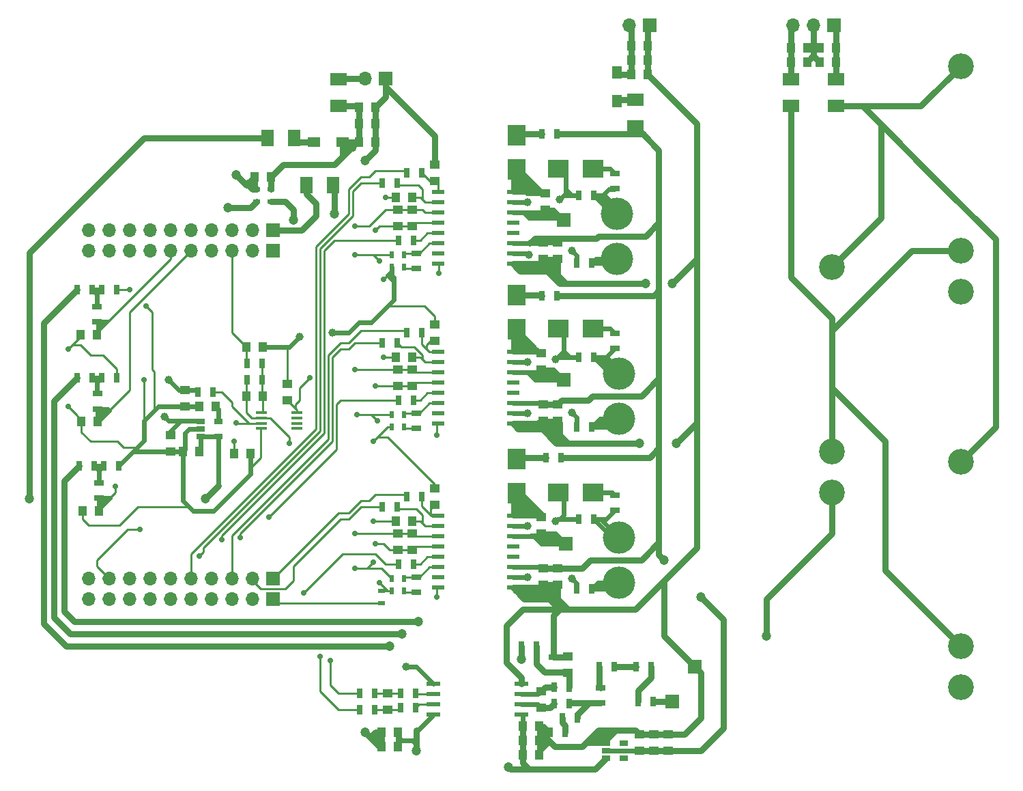
<source format=gtl>
G04 #@! TF.FileFunction,Copper,L1,Top,Signal*
%FSLAX46Y46*%
G04 Gerber Fmt 4.6, Leading zero omitted, Abs format (unit mm)*
G04 Created by KiCad (PCBNEW 4.0.5) date 03/08/17 17:48:46*
%MOMM*%
%LPD*%
G01*
G04 APERTURE LIST*
%ADD10C,0.100000*%
%ADD11C,3.200400*%
%ADD12R,1.700000X1.700000*%
%ADD13O,1.700000X1.700000*%
%ADD14R,1.250000X1.000000*%
%ADD15R,1.000000X1.250000*%
%ADD16R,2.500000X2.300000*%
%ADD17R,2.300000X2.500000*%
%ADD18R,1.600200X1.198880*%
%ADD19R,1.198880X1.600200*%
%ADD20R,2.032000X1.524000*%
%ADD21R,0.500000X0.900000*%
%ADD22R,0.900000X0.500000*%
%ADD23R,0.700000X1.300000*%
%ADD24R,1.300000X0.700000*%
%ADD25R,1.500000X0.600000*%
%ADD26R,1.800000X0.600000*%
%ADD27R,1.450000X0.450000*%
%ADD28R,1.060000X0.650000*%
%ADD29C,4.000500*%
%ADD30R,1.524000X2.032000*%
%ADD31C,0.700000*%
%ADD32C,1.200000*%
%ADD33C,1.000000*%
%ADD34C,0.750000*%
%ADD35C,0.250000*%
%ADD36C,0.600000*%
G04 APERTURE END LIST*
D10*
D11*
X226822000Y-96266000D03*
X226822000Y-91186000D03*
X226822000Y-68326000D03*
X210820000Y-121158000D03*
X210820000Y-116078000D03*
X210820000Y-93218000D03*
X226822000Y-145288000D03*
X226822000Y-140208000D03*
X226822000Y-117348000D03*
D12*
X141478000Y-88646000D03*
D13*
X138938000Y-88646000D03*
X136398000Y-88646000D03*
X133858000Y-88646000D03*
X131318000Y-88646000D03*
X128778000Y-88646000D03*
X126238000Y-88646000D03*
X123698000Y-88646000D03*
X121158000Y-88646000D03*
X118618000Y-88646000D03*
D12*
X141478000Y-134366000D03*
D13*
X138938000Y-134366000D03*
X136398000Y-134366000D03*
X133858000Y-134366000D03*
X131318000Y-134366000D03*
X128778000Y-134366000D03*
X126238000Y-134366000D03*
X123698000Y-134366000D03*
X121158000Y-134366000D03*
X118618000Y-134366000D03*
D12*
X141478000Y-91186000D03*
D13*
X138938000Y-91186000D03*
X136398000Y-91186000D03*
X133858000Y-91186000D03*
X131318000Y-91186000D03*
X128778000Y-91186000D03*
X126238000Y-91186000D03*
X123698000Y-91186000D03*
X121158000Y-91186000D03*
X118618000Y-91186000D03*
D12*
X141478000Y-131826000D03*
D13*
X138938000Y-131826000D03*
X136398000Y-131826000D03*
X133858000Y-131826000D03*
X131318000Y-131826000D03*
X128778000Y-131826000D03*
X126238000Y-131826000D03*
X123698000Y-131826000D03*
X121158000Y-131826000D03*
X118618000Y-131826000D03*
D12*
X211074000Y-63246000D03*
D13*
X208534000Y-63246000D03*
X205994000Y-63246000D03*
D12*
X155448000Y-69850000D03*
D13*
X152908000Y-69850000D03*
D12*
X188214000Y-63246000D03*
D13*
X185674000Y-63246000D03*
D12*
X191008000Y-147066000D03*
X193802000Y-142748000D03*
D14*
X156972000Y-86122000D03*
X156972000Y-88122000D03*
X156972000Y-105934000D03*
X156972000Y-107934000D03*
X156972000Y-126254000D03*
X156972000Y-128254000D03*
X158750000Y-86122000D03*
X158750000Y-88122000D03*
X158750000Y-105934000D03*
X158750000Y-107934000D03*
X158750000Y-126254000D03*
X158750000Y-128254000D03*
X161544000Y-82534000D03*
X161544000Y-80534000D03*
X161544000Y-102346000D03*
X161544000Y-100346000D03*
X161544000Y-122666000D03*
X161544000Y-120666000D03*
D15*
X158734000Y-84582000D03*
X156734000Y-84582000D03*
X158734000Y-104394000D03*
X156734000Y-104394000D03*
X158734000Y-124714000D03*
X156734000Y-124714000D03*
D14*
X176784000Y-90186000D03*
X176784000Y-92186000D03*
X176784000Y-110252000D03*
X176784000Y-112252000D03*
X176784000Y-130572000D03*
X176784000Y-132572000D03*
X175006000Y-90186000D03*
X175006000Y-92186000D03*
X175006000Y-110252000D03*
X175006000Y-112252000D03*
X175006000Y-130572000D03*
X175006000Y-132572000D03*
X178054000Y-143494000D03*
X178054000Y-141494000D03*
X174752000Y-147812000D03*
X174752000Y-145812000D03*
D15*
X141208000Y-82042000D03*
X139208000Y-82042000D03*
X156956000Y-152654000D03*
X154956000Y-152654000D03*
D14*
X155702000Y-146066000D03*
X155702000Y-148066000D03*
D15*
X156956000Y-150876000D03*
X154956000Y-150876000D03*
X140192000Y-109220000D03*
X138192000Y-109220000D03*
X136668000Y-116332000D03*
X138668000Y-116332000D03*
X138192000Y-103124000D03*
X140192000Y-103124000D03*
D14*
X143256000Y-109712000D03*
X143256000Y-107712000D03*
D15*
X119745000Y-112395000D03*
X117745000Y-112395000D03*
X119618000Y-101600000D03*
X117618000Y-101600000D03*
X119872000Y-123444000D03*
X117872000Y-123444000D03*
D14*
X190500000Y-153146000D03*
X190500000Y-151146000D03*
X188722000Y-153146000D03*
X188722000Y-151146000D03*
D15*
X185944000Y-67564000D03*
X187944000Y-67564000D03*
D14*
X186944000Y-153146000D03*
X186944000Y-151146000D03*
D15*
X152162000Y-75438000D03*
X154162000Y-75438000D03*
X152162000Y-77724000D03*
X154162000Y-77724000D03*
X185944000Y-69342000D03*
X187944000Y-69342000D03*
X152162000Y-73406000D03*
X154162000Y-73406000D03*
X185944000Y-65786000D03*
X187944000Y-65786000D03*
X211312000Y-66040000D03*
X209312000Y-66040000D03*
X207756000Y-66040000D03*
X205756000Y-66040000D03*
X207756000Y-67818000D03*
X205756000Y-67818000D03*
X211312000Y-67818000D03*
X209312000Y-67818000D03*
D14*
X175260000Y-84090000D03*
X175260000Y-86090000D03*
X174752000Y-103902000D03*
X174752000Y-105902000D03*
X174752000Y-124222000D03*
X174752000Y-126222000D03*
D16*
X176920000Y-81026000D03*
X181220000Y-81026000D03*
X176920000Y-100838000D03*
X181220000Y-100838000D03*
X176920000Y-121158000D03*
X181220000Y-121158000D03*
D17*
X171704000Y-81144000D03*
X171704000Y-76844000D03*
X171704000Y-100956000D03*
X171704000Y-96656000D03*
X171704000Y-121276000D03*
X171704000Y-116976000D03*
D18*
X146535140Y-77724000D03*
X150136860Y-77724000D03*
D19*
X184150000Y-72666860D03*
X184150000Y-69065140D03*
D20*
X205740000Y-73279000D03*
X205740000Y-69977000D03*
X211328000Y-73279000D03*
X211328000Y-69977000D03*
X186436000Y-75819000D03*
X186436000Y-72517000D03*
D21*
X156222000Y-91694000D03*
X157722000Y-91694000D03*
X156222000Y-93218000D03*
X157722000Y-93218000D03*
X156222000Y-111506000D03*
X157722000Y-111506000D03*
X156222000Y-113030000D03*
X157722000Y-113030000D03*
X156222000Y-131826000D03*
X157722000Y-131826000D03*
X156222000Y-133350000D03*
X157722000Y-133350000D03*
D22*
X154940000Y-134862000D03*
X154940000Y-133362000D03*
X141224000Y-83578000D03*
X141224000Y-85078000D03*
X139446000Y-83578000D03*
X139446000Y-85078000D03*
D23*
X159954000Y-81534000D03*
X158054000Y-81534000D03*
X156906000Y-82804000D03*
X155006000Y-82804000D03*
X158938000Y-89916000D03*
X157038000Y-89916000D03*
X159954000Y-101346000D03*
X158054000Y-101346000D03*
X156906000Y-102616000D03*
X155006000Y-102616000D03*
X158938000Y-109728000D03*
X157038000Y-109728000D03*
X159954000Y-121666000D03*
X158054000Y-121666000D03*
X156906000Y-122936000D03*
X155006000Y-122936000D03*
X158938000Y-130048000D03*
X157038000Y-130048000D03*
D24*
X159258000Y-91506000D03*
X159258000Y-93406000D03*
X159258000Y-111318000D03*
X159258000Y-113218000D03*
X159258000Y-131638000D03*
X159258000Y-133538000D03*
D23*
X186756000Y-147066000D03*
X188656000Y-147066000D03*
X186502000Y-142748000D03*
X188402000Y-142748000D03*
X181930000Y-142748000D03*
X183830000Y-142748000D03*
D24*
X182118000Y-147254000D03*
X182118000Y-145354000D03*
D23*
X172278000Y-140208000D03*
X174178000Y-140208000D03*
D24*
X176276000Y-143444000D03*
X176276000Y-141544000D03*
D23*
X176342000Y-147320000D03*
X178242000Y-147320000D03*
X176342000Y-145288000D03*
X178242000Y-145288000D03*
X157292000Y-146050000D03*
X159192000Y-146050000D03*
X157292000Y-147828000D03*
X159192000Y-147828000D03*
X152212000Y-146050000D03*
X154112000Y-146050000D03*
X152212000Y-148082000D03*
X154112000Y-148082000D03*
X138242000Y-107188000D03*
X140142000Y-107188000D03*
X138242000Y-105156000D03*
X140142000Y-105156000D03*
X117414000Y-117856000D03*
X119314000Y-117856000D03*
X120462000Y-117856000D03*
X122362000Y-117856000D03*
X117160000Y-106934000D03*
X119060000Y-106934000D03*
X120208000Y-106934000D03*
X122108000Y-106934000D03*
X117160000Y-96012000D03*
X119060000Y-96012000D03*
X120208000Y-96012000D03*
X122108000Y-96012000D03*
D24*
X119761000Y-110805000D03*
X119761000Y-108905000D03*
X119634000Y-100010000D03*
X119634000Y-98110000D03*
X119888000Y-121854000D03*
X119888000Y-119954000D03*
D23*
X181290000Y-84328000D03*
X179390000Y-84328000D03*
X181036000Y-92710000D03*
X179136000Y-92710000D03*
X181290000Y-104394000D03*
X179390000Y-104394000D03*
X181036000Y-113030000D03*
X179136000Y-113030000D03*
X181290000Y-124460000D03*
X179390000Y-124460000D03*
X181036000Y-133096000D03*
X179136000Y-133096000D03*
X177358000Y-149098000D03*
X179258000Y-149098000D03*
X175834000Y-150876000D03*
X177734000Y-150876000D03*
X174818000Y-76708000D03*
X176718000Y-76708000D03*
X174818000Y-96774000D03*
X176718000Y-96774000D03*
X175326000Y-116840000D03*
X177226000Y-116840000D03*
D25*
X161974000Y-83947000D03*
X161974000Y-85217000D03*
X161974000Y-86487000D03*
X161974000Y-87757000D03*
X161974000Y-89027000D03*
X161974000Y-90297000D03*
X161974000Y-91567000D03*
X161974000Y-92837000D03*
X171274000Y-92837000D03*
X171274000Y-91567000D03*
X171274000Y-90297000D03*
X171274000Y-89027000D03*
X171274000Y-87757000D03*
X171274000Y-86487000D03*
X171274000Y-85217000D03*
X171274000Y-83947000D03*
X161974000Y-103759000D03*
X161974000Y-105029000D03*
X161974000Y-106299000D03*
X161974000Y-107569000D03*
X161974000Y-108839000D03*
X161974000Y-110109000D03*
X161974000Y-111379000D03*
X161974000Y-112649000D03*
X171274000Y-112649000D03*
X171274000Y-111379000D03*
X171274000Y-110109000D03*
X171274000Y-108839000D03*
X171274000Y-107569000D03*
X171274000Y-106299000D03*
X171274000Y-105029000D03*
X171274000Y-103759000D03*
X161974000Y-124079000D03*
X161974000Y-125349000D03*
X161974000Y-126619000D03*
X161974000Y-127889000D03*
X161974000Y-129159000D03*
X161974000Y-130429000D03*
X161974000Y-131699000D03*
X161974000Y-132969000D03*
X171274000Y-132969000D03*
X171274000Y-131699000D03*
X171274000Y-130429000D03*
X171274000Y-129159000D03*
X171274000Y-127889000D03*
X171274000Y-126619000D03*
X171274000Y-125349000D03*
X171274000Y-124079000D03*
D26*
X161428000Y-148717000D03*
X172328000Y-148717000D03*
X161428000Y-147447000D03*
X172328000Y-147447000D03*
X161428000Y-146177000D03*
X172328000Y-146177000D03*
X161428000Y-144907000D03*
X172328000Y-144907000D03*
D27*
X144440000Y-111293000D03*
X140040000Y-111293000D03*
X144440000Y-111943000D03*
X140040000Y-111943000D03*
X144440000Y-112593000D03*
X140040000Y-112593000D03*
X144440000Y-113243000D03*
X140040000Y-113243000D03*
D28*
X182796000Y-152212000D03*
X182796000Y-153162000D03*
X182796000Y-154112000D03*
X184996000Y-154112000D03*
X184996000Y-152212000D03*
D12*
X177546000Y-87376000D03*
X177546000Y-107188000D03*
D24*
X183896000Y-103312000D03*
X183896000Y-101412000D03*
X183896000Y-83500000D03*
X183896000Y-81600000D03*
X183896000Y-123378000D03*
X183896000Y-121478000D03*
D29*
X184150000Y-92202000D03*
X184150000Y-86614000D03*
X184404000Y-112014000D03*
X184404000Y-106426000D03*
X184404000Y-132334000D03*
X184404000Y-126746000D03*
D15*
X172482000Y-150114000D03*
X174482000Y-150114000D03*
X172482000Y-151892000D03*
X174482000Y-151892000D03*
X172482000Y-153670000D03*
X174482000Y-153670000D03*
D30*
X140843000Y-77216000D03*
X144145000Y-77216000D03*
D20*
X149606000Y-73279000D03*
X149606000Y-69977000D03*
D30*
X145669000Y-83058000D03*
X148971000Y-83058000D03*
D14*
X130556000Y-108474000D03*
X130556000Y-110474000D03*
D15*
X132318000Y-116078000D03*
X130318000Y-116078000D03*
X134350000Y-110490000D03*
X132350000Y-110490000D03*
D14*
X128778000Y-114062000D03*
X128778000Y-116062000D03*
D23*
X132146000Y-108712000D03*
X134046000Y-108712000D03*
D28*
X132504000Y-112334000D03*
X132504000Y-113284000D03*
X132504000Y-114234000D03*
X134704000Y-114234000D03*
X134704000Y-112334000D03*
D12*
X177800000Y-127508000D03*
D31*
X116078000Y-103378000D03*
X116078000Y-110490000D03*
D32*
X152908000Y-150876000D03*
D33*
X144780000Y-101854000D03*
X148844000Y-101346000D03*
D31*
X123698000Y-96012000D03*
X125730000Y-98044000D03*
X125476000Y-107188000D03*
D33*
X157988000Y-142748000D03*
D31*
X154686000Y-132334000D03*
X154178000Y-127508000D03*
X153924000Y-124714000D03*
X155448000Y-84582000D03*
X155194000Y-94742000D03*
X154178000Y-107950000D03*
X153924000Y-114808000D03*
X155194000Y-104394000D03*
D32*
X152908000Y-80010000D03*
X136906000Y-81788000D03*
D31*
X154178000Y-88646000D03*
D32*
X191008000Y-95250000D03*
X187706000Y-95250000D03*
X186944000Y-115062000D03*
X191516000Y-115062000D03*
X159258000Y-153162000D03*
D31*
X146050000Y-106934000D03*
X161798000Y-134112000D03*
X153924000Y-129794000D03*
X151638000Y-130556000D03*
X151638000Y-126238000D03*
X161798000Y-114046000D03*
X154432000Y-112268000D03*
X151892000Y-111506000D03*
X151638000Y-105918000D03*
X162052000Y-93980000D03*
X154686000Y-92456000D03*
X151638000Y-91694000D03*
X151638000Y-88138000D03*
D32*
X149098000Y-86614000D03*
X194564000Y-134112000D03*
X189992000Y-129540000D03*
X172278000Y-141798000D03*
X170688000Y-155194000D03*
D31*
X148590000Y-141986000D03*
X143510000Y-115062000D03*
X147320000Y-141478000D03*
X136652000Y-114808000D03*
X136906000Y-112522000D03*
X121920000Y-120396000D03*
D32*
X111252000Y-121920000D03*
X133096000Y-121920000D03*
D33*
X173101000Y-85217000D03*
X177038000Y-84836000D03*
X173101000Y-125349000D03*
X176530000Y-124714000D03*
D32*
X144018000Y-87376000D03*
X135890000Y-85852000D03*
D31*
X137414000Y-126746000D03*
X132334000Y-129032000D03*
X145288000Y-133604000D03*
X140970000Y-124206000D03*
X124968000Y-125730000D03*
X135128000Y-127000000D03*
D32*
X159512000Y-137160000D03*
X157480000Y-138684000D03*
X202692000Y-138938000D03*
X155956000Y-140208000D03*
D33*
X173228000Y-91694000D03*
X178562000Y-91186000D03*
X173101000Y-111379000D03*
X178562000Y-111252000D03*
X173101000Y-131699000D03*
X178562000Y-131826000D03*
X173101000Y-105029000D03*
X176530000Y-104648000D03*
X128016000Y-111760000D03*
X128524000Y-107188000D03*
D34*
X211312000Y-67818000D02*
X211328000Y-67834000D01*
X211328000Y-67834000D02*
X211328000Y-69977000D01*
X211312000Y-66040000D02*
X211312000Y-67818000D01*
X211074000Y-63246000D02*
X211312000Y-63484000D01*
X211312000Y-63484000D02*
X211312000Y-66040000D01*
D35*
X117745000Y-112157000D02*
X117094000Y-111506000D01*
X116078000Y-103378000D02*
X116586000Y-102870000D01*
X116078000Y-110490000D02*
X117094000Y-111506000D01*
X117745000Y-112157000D02*
X117745000Y-112395000D01*
X117745000Y-112395000D02*
X117729000Y-112395000D01*
X117745000Y-112395000D02*
X117745000Y-113681000D01*
D34*
X154956000Y-152654000D02*
X154686000Y-152654000D01*
X154686000Y-152654000D02*
X153924000Y-151892000D01*
X154178000Y-151638000D02*
X154432000Y-151384000D01*
X154956000Y-150876000D02*
X154178000Y-150876000D01*
X154178000Y-150876000D02*
X153543000Y-151511000D01*
X152908000Y-150876000D02*
X153543000Y-151511000D01*
X153924000Y-151892000D02*
X154956000Y-151892000D01*
X153543000Y-151511000D02*
X153924000Y-151892000D01*
X155448000Y-69850000D02*
X155448000Y-70866000D01*
X155448000Y-70866000D02*
X161544000Y-76962000D01*
D36*
X143510000Y-103124000D02*
X144780000Y-101854000D01*
X155702000Y-98044000D02*
X153670000Y-100076000D01*
X152146000Y-100076000D02*
X153670000Y-100076000D01*
X150876000Y-101346000D02*
X152146000Y-100076000D01*
X148844000Y-101346000D02*
X150876000Y-101346000D01*
D34*
X154162000Y-77724000D02*
X154162000Y-75438000D01*
D35*
X122108000Y-106934000D02*
X122108000Y-105852000D01*
X117602000Y-102870000D02*
X116586000Y-102870000D01*
X118872000Y-104140000D02*
X117602000Y-102870000D01*
X120396000Y-104140000D02*
X118872000Y-104140000D01*
X122108000Y-105852000D02*
X120396000Y-104140000D01*
X116586000Y-102870000D02*
X117618000Y-101838000D01*
X117618000Y-101838000D02*
X117618000Y-101600000D01*
X117872000Y-123444000D02*
X117872000Y-124476000D01*
X124714000Y-122936000D02*
X131064000Y-122936000D01*
X122428000Y-125222000D02*
X124714000Y-122936000D01*
X118618000Y-125222000D02*
X122428000Y-125222000D01*
X117872000Y-124476000D02*
X118618000Y-125222000D01*
X122936000Y-115570000D02*
X124648000Y-115570000D01*
X122174000Y-114808000D02*
X122936000Y-115570000D01*
X118872000Y-114808000D02*
X122174000Y-114808000D01*
X117745000Y-113681000D02*
X118872000Y-114808000D01*
X126746000Y-110998000D02*
X126746000Y-107696000D01*
X126492000Y-105664000D02*
X126492000Y-105918000D01*
X125730000Y-98044000D02*
X126492000Y-98806000D01*
X126492000Y-98806000D02*
X126492000Y-105410000D01*
X123698000Y-96012000D02*
X122108000Y-96012000D01*
X126492000Y-105664000D02*
X126492000Y-105410000D01*
X126492000Y-105918000D02*
X126746000Y-106172000D01*
X126746000Y-107696000D02*
X126746000Y-106172000D01*
X139954000Y-113329000D02*
X139954000Y-114300000D01*
X139954000Y-114300000D02*
X139954000Y-116840000D01*
X139954000Y-116840000D02*
X138668000Y-118126000D01*
X139954000Y-113329000D02*
X140040000Y-113243000D01*
X125476000Y-112268000D02*
X125476000Y-107188000D01*
X143256000Y-107712000D02*
X143256000Y-103378000D01*
X143256000Y-103378000D02*
X143510000Y-103124000D01*
X161544000Y-99314000D02*
X160274000Y-98044000D01*
X161544000Y-100346000D02*
X161544000Y-99314000D01*
X160274000Y-98044000D02*
X155702000Y-98044000D01*
D36*
X156222000Y-93218000D02*
X156222000Y-93714000D01*
X156222000Y-93714000D02*
X155702000Y-94234000D01*
X156222000Y-93218000D02*
X156222000Y-94754000D01*
X156222000Y-94754000D02*
X156210000Y-94742000D01*
X155702000Y-94234000D02*
X156210000Y-94742000D01*
X156210000Y-94742000D02*
X156464000Y-94996000D01*
X156464000Y-94996000D02*
X156464000Y-94488000D01*
X143510000Y-103124000D02*
X140192000Y-103124000D01*
X156464000Y-97282000D02*
X156464000Y-94488000D01*
X155702000Y-98044000D02*
X156464000Y-97282000D01*
X161428000Y-144907000D02*
X159269000Y-142748000D01*
X159269000Y-142748000D02*
X157988000Y-142748000D01*
D34*
X154956000Y-150876000D02*
X154956000Y-151892000D01*
D35*
X155702000Y-133350000D02*
X154686000Y-132334000D01*
X154940000Y-133362000D02*
X154952000Y-133350000D01*
X154952000Y-133350000D02*
X155702000Y-133350000D01*
X155702000Y-133350000D02*
X156222000Y-133350000D01*
X156972000Y-128254000D02*
X155940000Y-128254000D01*
X155940000Y-128254000D02*
X155194000Y-127508000D01*
X155194000Y-127508000D02*
X154178000Y-127508000D01*
X156972000Y-128254000D02*
X156956000Y-128270000D01*
X156734000Y-124714000D02*
X153924000Y-124714000D01*
X156972000Y-128254000D02*
X158750000Y-128254000D01*
X158750000Y-128254000D02*
X159115000Y-127889000D01*
X159115000Y-127889000D02*
X161974000Y-127889000D01*
X155702000Y-114300000D02*
X154432000Y-114300000D01*
X156718000Y-115316000D02*
X155702000Y-114300000D01*
X154432000Y-114300000D02*
X153924000Y-114808000D01*
X161544000Y-120142000D02*
X156718000Y-115316000D01*
X161544000Y-120666000D02*
X161544000Y-120142000D01*
X155448000Y-84582000D02*
X156734000Y-84582000D01*
X155194000Y-94742000D02*
X155702000Y-94234000D01*
X154178000Y-107950000D02*
X156956000Y-107950000D01*
X156222000Y-113030000D02*
X155702000Y-113030000D01*
X155702000Y-113030000D02*
X154432000Y-114300000D01*
X156972000Y-107934000D02*
X156956000Y-107950000D01*
X156734000Y-104394000D02*
X155194000Y-104394000D01*
X158750000Y-107934000D02*
X159115000Y-107569000D01*
X159115000Y-107569000D02*
X161974000Y-107569000D01*
X158750000Y-107934000D02*
X156972000Y-107934000D01*
X156464000Y-94234000D02*
X155702000Y-94234000D01*
X156222000Y-93714000D02*
X155702000Y-94234000D01*
D34*
X152908000Y-80010000D02*
X154178000Y-78740000D01*
X154178000Y-78740000D02*
X154162000Y-78724000D01*
X138303000Y-82931000D02*
X138176000Y-83058000D01*
X136906000Y-81788000D02*
X138176000Y-83058000D01*
X139446000Y-83578000D02*
X138950000Y-83578000D01*
X138950000Y-83578000D02*
X138303000Y-82931000D01*
X139208000Y-82042000D02*
X139192000Y-82042000D01*
X139192000Y-82042000D02*
X138303000Y-82931000D01*
D35*
X156972000Y-88122000D02*
X154702000Y-88122000D01*
X154702000Y-88122000D02*
X154178000Y-88646000D01*
D34*
X154162000Y-77724000D02*
X154162000Y-78724000D01*
D35*
X158750000Y-88122000D02*
X159115000Y-87757000D01*
X159115000Y-87757000D02*
X161974000Y-87757000D01*
X156972000Y-88122000D02*
X158750000Y-88122000D01*
D34*
X139446000Y-83578000D02*
X139208000Y-83340000D01*
X139208000Y-83340000D02*
X139208000Y-82042000D01*
D35*
X139999000Y-113284000D02*
X140040000Y-113243000D01*
D36*
X138668000Y-116332000D02*
X138668000Y-118126000D01*
X138668000Y-118126000D02*
X138668000Y-118888000D01*
X130318000Y-122190000D02*
X130318000Y-116078000D01*
X134112000Y-123444000D02*
X138414000Y-119142000D01*
X131572000Y-123444000D02*
X134112000Y-123444000D01*
X130318000Y-122190000D02*
X131064000Y-122936000D01*
X131064000Y-122936000D02*
X131572000Y-123444000D01*
X138414000Y-119142000D02*
X138668000Y-118888000D01*
X128794000Y-110474000D02*
X127270000Y-110474000D01*
X130556000Y-110474000D02*
X128794000Y-110474000D01*
X125476000Y-114742000D02*
X124648000Y-115570000D01*
X124648000Y-115570000D02*
X124156000Y-116062000D01*
X125476000Y-112268000D02*
X125476000Y-114742000D01*
X127270000Y-110474000D02*
X126746000Y-110998000D01*
X126746000Y-110998000D02*
X126238000Y-111506000D01*
X126238000Y-111506000D02*
X125476000Y-112268000D01*
X132350000Y-110490000D02*
X130572000Y-110490000D01*
X130572000Y-110490000D02*
X130556000Y-110474000D01*
X130318000Y-116078000D02*
X128794000Y-116078000D01*
X128794000Y-116078000D02*
X128778000Y-116062000D01*
X128778000Y-116062000D02*
X125238000Y-116062000D01*
X125238000Y-116062000D02*
X124156000Y-116062000D01*
X124156000Y-116062000D02*
X122362000Y-117856000D01*
X132504000Y-113284000D02*
X131064000Y-113284000D01*
X130556000Y-113792000D02*
X130556000Y-115840000D01*
X131064000Y-113284000D02*
X130556000Y-113792000D01*
X130556000Y-115840000D02*
X130318000Y-116078000D01*
D34*
X154162000Y-73406000D02*
X154162000Y-75438000D01*
X155448000Y-69850000D02*
X155448000Y-72120000D01*
X155448000Y-72120000D02*
X154162000Y-73406000D01*
X161544000Y-76962000D02*
X161544000Y-80534000D01*
X209312000Y-66040000D02*
X208534000Y-66040000D01*
X207756000Y-66040000D02*
X208534000Y-66040000D01*
X208534000Y-67040000D02*
X208399000Y-67175000D01*
X208399000Y-67175000D02*
X207756000Y-67818000D01*
X208534000Y-63246000D02*
X208534000Y-66040000D01*
X208534000Y-66040000D02*
X208534000Y-67040000D01*
X208534000Y-67040000D02*
X209312000Y-67818000D01*
X205756000Y-66040000D02*
X205756000Y-63484000D01*
X205756000Y-63484000D02*
X205994000Y-63246000D01*
X205756000Y-67818000D02*
X205756000Y-66040000D01*
X205756000Y-67818000D02*
X205740000Y-67834000D01*
X205740000Y-67834000D02*
X205740000Y-69977000D01*
X152908000Y-69850000D02*
X149733000Y-69850000D01*
X149733000Y-69850000D02*
X149606000Y-69977000D01*
X170434000Y-141478000D02*
X170434000Y-137668000D01*
X172328000Y-144134000D02*
X170434000Y-142240000D01*
X170434000Y-142240000D02*
X170434000Y-141478000D01*
X172328000Y-144907000D02*
X172328000Y-144134000D01*
X172466000Y-135636000D02*
X177038000Y-135636000D01*
X170434000Y-137668000D02*
X172466000Y-135636000D01*
X176276000Y-141544000D02*
X178004000Y-141544000D01*
X178004000Y-141544000D02*
X178054000Y-141494000D01*
X177038000Y-135636000D02*
X175768000Y-134366000D01*
X176022000Y-134620000D02*
X176022000Y-134366000D01*
X175768000Y-134366000D02*
X176022000Y-134620000D01*
X176276000Y-141544000D02*
X176276000Y-136398000D01*
X177038000Y-135636000D02*
X178054000Y-135636000D01*
X176276000Y-136398000D02*
X177038000Y-135636000D01*
X175133000Y-150749000D02*
X175133000Y-151913000D01*
X175133000Y-151913000D02*
X174818000Y-152228000D01*
X174818000Y-152228000D02*
X174482000Y-151892000D01*
X190500000Y-151146000D02*
X192516000Y-151146000D01*
X194564000Y-149098000D02*
X194564000Y-143510000D01*
X192516000Y-151146000D02*
X194564000Y-149098000D01*
X194564000Y-143510000D02*
X193802000Y-142748000D01*
X193802000Y-142748000D02*
X189992000Y-138938000D01*
X189992000Y-138938000D02*
X189992000Y-132080000D01*
D36*
X183642000Y-151130000D02*
X184150000Y-150622000D01*
X183134000Y-151638000D02*
X183642000Y-151130000D01*
X182880000Y-151638000D02*
X183134000Y-151638000D01*
X184150000Y-150622000D02*
X184404000Y-150622000D01*
X181864000Y-152212000D02*
X183454000Y-150622000D01*
X182880000Y-150876000D02*
X182880000Y-150622000D01*
X183134000Y-150622000D02*
X182880000Y-150876000D01*
X183454000Y-150622000D02*
X183134000Y-150622000D01*
X181102000Y-152212000D02*
X182692000Y-150622000D01*
X182372000Y-150876000D02*
X182372000Y-150622000D01*
X182626000Y-150622000D02*
X182372000Y-150876000D01*
X182692000Y-150622000D02*
X182626000Y-150622000D01*
X182796000Y-152212000D02*
X181864000Y-152212000D01*
X181864000Y-152212000D02*
X181102000Y-152212000D01*
X181102000Y-152212000D02*
X180274000Y-152212000D01*
X182796000Y-152212000D02*
X182880000Y-152128000D01*
X182880000Y-152128000D02*
X182880000Y-151638000D01*
X182880000Y-151638000D02*
X182880000Y-151384000D01*
X182880000Y-151384000D02*
X183642000Y-150622000D01*
D34*
X180274000Y-152212000D02*
X179832000Y-152654000D01*
X179832000Y-152654000D02*
X176464000Y-152654000D01*
X176464000Y-152654000D02*
X175260000Y-151450000D01*
X186944000Y-151146000D02*
X186420000Y-150622000D01*
X186420000Y-150622000D02*
X184404000Y-150622000D01*
X181864000Y-150622000D02*
X180274000Y-152212000D01*
X182372000Y-150622000D02*
X181864000Y-150622000D01*
X183642000Y-150622000D02*
X182880000Y-150622000D01*
X182880000Y-150622000D02*
X182372000Y-150622000D01*
X184404000Y-150622000D02*
X183642000Y-150622000D01*
X188722000Y-151146000D02*
X186944000Y-151146000D01*
X190500000Y-151146000D02*
X188722000Y-151146000D01*
D36*
X174818000Y-152974000D02*
X174818000Y-152228000D01*
X174818000Y-152228000D02*
X174482000Y-151892000D01*
X174482000Y-153670000D02*
X174482000Y-151892000D01*
X174482000Y-150114000D02*
X174482000Y-151892000D01*
X174482000Y-150114000D02*
X174498000Y-150114000D01*
X174498000Y-150114000D02*
X175133000Y-150749000D01*
X175133000Y-150749000D02*
X175547000Y-151163000D01*
X175547000Y-151163000D02*
X175834000Y-150876000D01*
X174482000Y-150114000D02*
X175072000Y-150114000D01*
X175072000Y-150114000D02*
X175834000Y-150876000D01*
X174482000Y-150114000D02*
X174482000Y-150672000D01*
X174482000Y-150672000D02*
X175260000Y-151450000D01*
X176022000Y-152212000D02*
X175260000Y-151450000D01*
X176022000Y-152212000D02*
X175580000Y-152212000D01*
X175834000Y-150876000D02*
X175260000Y-151450000D01*
X175260000Y-151450000D02*
X175260000Y-152532000D01*
X174482000Y-153670000D02*
X174482000Y-153310000D01*
X174482000Y-153310000D02*
X174818000Y-152974000D01*
X174818000Y-152974000D02*
X175260000Y-152532000D01*
X175260000Y-152532000D02*
X175580000Y-152212000D01*
X175580000Y-152212000D02*
X174802000Y-152212000D01*
X174802000Y-152212000D02*
X174482000Y-151892000D01*
D34*
X171679500Y-93242500D02*
X176022000Y-93242500D01*
X176022000Y-93242500D02*
X176022000Y-93472000D01*
X171274000Y-92837000D02*
X175387000Y-92837000D01*
X175387000Y-92837000D02*
X176022000Y-93472000D01*
X176022000Y-93472000D02*
X176022000Y-93202000D01*
X171274000Y-92837000D02*
X171679500Y-93242500D01*
X171679500Y-93242500D02*
X172163000Y-93726000D01*
X172163000Y-93726000D02*
X175514000Y-93726000D01*
X171274000Y-112649000D02*
X174879000Y-112649000D01*
X174879000Y-112649000D02*
X175514000Y-113284000D01*
X171274000Y-112649000D02*
X171909000Y-113284000D01*
X171909000Y-113284000D02*
X175514000Y-113284000D01*
X171274000Y-132969000D02*
X175387000Y-132969000D01*
X175387000Y-132969000D02*
X175768000Y-133350000D01*
X171274000Y-132969000D02*
X171655000Y-133350000D01*
X171655000Y-133350000D02*
X175768000Y-133350000D01*
X176276000Y-133858000D02*
X172163000Y-133858000D01*
X172466000Y-133858000D02*
X172466000Y-134161000D01*
X172163000Y-133858000D02*
X172466000Y-133858000D01*
X171274000Y-132969000D02*
X172466000Y-134161000D01*
X172466000Y-134161000D02*
X172671000Y-134366000D01*
X172671000Y-134366000D02*
X176022000Y-134366000D01*
X176022000Y-134366000D02*
X176784000Y-134366000D01*
X176784000Y-132572000D02*
X175006000Y-132572000D01*
X176784000Y-133604000D02*
X175768000Y-132588000D01*
X176784000Y-132572000D02*
X176784000Y-133604000D01*
X176784000Y-133604000D02*
X176784000Y-134366000D01*
X176784000Y-134366000D02*
X177292000Y-134874000D01*
X194056000Y-112522000D02*
X194056000Y-128016000D01*
X178054000Y-135636000D02*
X177292000Y-134874000D01*
X177292000Y-134874000D02*
X176276000Y-133858000D01*
X176276000Y-133858000D02*
X175768000Y-133350000D01*
X175768000Y-133350000D02*
X175006000Y-132588000D01*
X186436000Y-135636000D02*
X179578000Y-135636000D01*
X179578000Y-135636000D02*
X178054000Y-135636000D01*
X194056000Y-128016000D02*
X189992000Y-132080000D01*
X189992000Y-132080000D02*
X186436000Y-135636000D01*
X175006000Y-132588000D02*
X175006000Y-132572000D01*
X177800000Y-95250000D02*
X186690000Y-95250000D01*
X186690000Y-95250000D02*
X187706000Y-95250000D01*
X191008000Y-95250000D02*
X194056000Y-92202000D01*
X194056000Y-92202000D02*
X194056000Y-95504000D01*
X191516000Y-115062000D02*
X194056000Y-112522000D01*
X194056000Y-112522000D02*
X194056000Y-112268000D01*
X194056000Y-97282000D02*
X194056000Y-95504000D01*
X194056000Y-99568000D02*
X194056000Y-97282000D01*
X178054000Y-115062000D02*
X186944000Y-115062000D01*
X194056000Y-112268000D02*
X194056000Y-99568000D01*
X178054000Y-115062000D02*
X176784000Y-113792000D01*
X177038000Y-113284000D02*
X176784000Y-113030000D01*
X176784000Y-113030000D02*
X176022000Y-113030000D01*
X177038000Y-114046000D02*
X176784000Y-113792000D01*
X176784000Y-113792000D02*
X176022000Y-113030000D01*
X176022000Y-113030000D02*
X175498000Y-112506000D01*
X175498000Y-112506000D02*
X175498000Y-112760000D01*
X175498000Y-112760000D02*
X175514000Y-112776000D01*
X175514000Y-112776000D02*
X175514000Y-113284000D01*
X177038000Y-114808000D02*
X175514000Y-113284000D01*
X175514000Y-113284000D02*
X175006000Y-112776000D01*
X175006000Y-112776000D02*
X175006000Y-112506000D01*
X175006000Y-112506000D02*
X175006000Y-112252000D01*
X174244000Y-112649000D02*
X174387000Y-112506000D01*
X174387000Y-112506000D02*
X177038000Y-112506000D01*
X177038000Y-112506000D02*
X176784000Y-112252000D01*
X176784000Y-112252000D02*
X177038000Y-112506000D01*
X177038000Y-112506000D02*
X177038000Y-113284000D01*
X177038000Y-113284000D02*
X177038000Y-114046000D01*
X177038000Y-114046000D02*
X177038000Y-114808000D01*
X177038000Y-114808000D02*
X177038000Y-115062000D01*
X174244000Y-112649000D02*
X176657000Y-115062000D01*
X176657000Y-115062000D02*
X177038000Y-115062000D01*
X177038000Y-115062000D02*
X178054000Y-115062000D01*
D36*
X171274000Y-112649000D02*
X174244000Y-112649000D01*
X174244000Y-112649000D02*
X174609000Y-112649000D01*
X174609000Y-112649000D02*
X175006000Y-112252000D01*
X175006000Y-112252000D02*
X176784000Y-112252000D01*
D34*
X177800000Y-95250000D02*
X177038000Y-95250000D01*
X177038000Y-95250000D02*
X176022000Y-94234000D01*
X176784000Y-94234000D02*
X176022000Y-94234000D01*
X176022000Y-94234000D02*
X175514000Y-93726000D01*
X175514000Y-93726000D02*
X174490000Y-92702000D01*
X176784000Y-92710000D02*
X175530000Y-92710000D01*
X175530000Y-92710000D02*
X175006000Y-92186000D01*
X176784000Y-94234000D02*
X176784000Y-93964000D01*
X176784000Y-93964000D02*
X176022000Y-93202000D01*
X176022000Y-93202000D02*
X175006000Y-92186000D01*
X176784000Y-92186000D02*
X176784000Y-92710000D01*
X176784000Y-92710000D02*
X176784000Y-94234000D01*
X176784000Y-94234000D02*
X177800000Y-95250000D01*
X194056000Y-75454000D02*
X194056000Y-92202000D01*
X194056000Y-75454000D02*
X187944000Y-69342000D01*
D36*
X176784000Y-92186000D02*
X175006000Y-92186000D01*
X175006000Y-92186000D02*
X174490000Y-92702000D01*
X174490000Y-92702000D02*
X174355000Y-92837000D01*
X174355000Y-92837000D02*
X171274000Y-92837000D01*
D34*
X187944000Y-69342000D02*
X187944000Y-67564000D01*
X187944000Y-67564000D02*
X187944000Y-65786000D01*
X187944000Y-65786000D02*
X187944000Y-63516000D01*
X187944000Y-63516000D02*
X188214000Y-63246000D01*
X185944000Y-65786000D02*
X185944000Y-63516000D01*
X185944000Y-63516000D02*
X185674000Y-63246000D01*
X185944000Y-65786000D02*
X185944000Y-67564000D01*
X185944000Y-67564000D02*
X185944000Y-69342000D01*
X184150000Y-69065140D02*
X184426860Y-69342000D01*
X184426860Y-69342000D02*
X185944000Y-69342000D01*
X191008000Y-147066000D02*
X188656000Y-147066000D01*
D36*
X156956000Y-150876000D02*
X156956000Y-151368000D01*
X156956000Y-151368000D02*
X157480000Y-151892000D01*
X159258000Y-152400000D02*
X159258000Y-152146000D01*
X158750000Y-151892000D02*
X159258000Y-152400000D01*
X157480000Y-151892000D02*
X158750000Y-151892000D01*
X161428000Y-148717000D02*
X159258000Y-150887000D01*
X159258000Y-150887000D02*
X159258000Y-150622000D01*
D34*
X159258000Y-150622000D02*
X159258000Y-152146000D01*
X159258000Y-152146000D02*
X159258000Y-153162000D01*
D35*
X144272000Y-110236000D02*
X144272000Y-110728000D01*
X144780000Y-109728000D02*
X144272000Y-110236000D01*
X144780000Y-108204000D02*
X144780000Y-109728000D01*
X146050000Y-106934000D02*
X144780000Y-108204000D01*
X161974000Y-132969000D02*
X161798000Y-133145000D01*
X161798000Y-133145000D02*
X161798000Y-134112000D01*
X153924000Y-129794000D02*
X153162000Y-130556000D01*
X156222000Y-131826000D02*
X154952000Y-130556000D01*
X154952000Y-130556000D02*
X153162000Y-130556000D01*
X153162000Y-130556000D02*
X151638000Y-130556000D01*
D36*
X156956000Y-150876000D02*
X156956000Y-151638000D01*
X156956000Y-151638000D02*
X156956000Y-152654000D01*
D35*
X156972000Y-126254000D02*
X156956000Y-126238000D01*
X156956000Y-126238000D02*
X151638000Y-126238000D01*
X156972000Y-126254000D02*
X158750000Y-126254000D01*
X158750000Y-126254000D02*
X159115000Y-126619000D01*
X159115000Y-126619000D02*
X161974000Y-126619000D01*
X161798000Y-112825000D02*
X161798000Y-114046000D01*
X154432000Y-112268000D02*
X153670000Y-111506000D01*
X161974000Y-112649000D02*
X161798000Y-112825000D01*
X156222000Y-111506000D02*
X153670000Y-111506000D01*
X153670000Y-111506000D02*
X151892000Y-111506000D01*
X151638000Y-105918000D02*
X156956000Y-105918000D01*
X156972000Y-105934000D02*
X156956000Y-105918000D01*
X158750000Y-105934000D02*
X156972000Y-105934000D01*
X161974000Y-106299000D02*
X159115000Y-106299000D01*
X159115000Y-106299000D02*
X158750000Y-105934000D01*
X161974000Y-92837000D02*
X162052000Y-92915000D01*
X162052000Y-92915000D02*
X162052000Y-93980000D01*
X154686000Y-92456000D02*
X153924000Y-91694000D01*
X156222000Y-91694000D02*
X153924000Y-91694000D01*
X153924000Y-91694000D02*
X151638000Y-91694000D01*
X158750000Y-86122000D02*
X156972000Y-86122000D01*
X161974000Y-86487000D02*
X160401000Y-86487000D01*
X160036000Y-86122000D02*
X158750000Y-86122000D01*
X160401000Y-86487000D02*
X160036000Y-86122000D01*
X156972000Y-86122000D02*
X155432000Y-86122000D01*
X155432000Y-86122000D02*
X153416000Y-88138000D01*
X153416000Y-88138000D02*
X151638000Y-88138000D01*
D34*
X149098000Y-86614000D02*
X149098000Y-83185000D01*
X148971000Y-83058000D02*
X149098000Y-83185000D01*
D35*
X143256000Y-109712000D02*
X144272000Y-110728000D01*
X144272000Y-110728000D02*
X144440000Y-110896000D01*
X144440000Y-110896000D02*
X144440000Y-111293000D01*
X161544000Y-82534000D02*
X160954000Y-82534000D01*
X160954000Y-82534000D02*
X159954000Y-81534000D01*
X161974000Y-83947000D02*
X161974000Y-82964000D01*
X161974000Y-82964000D02*
X161544000Y-82534000D01*
X161544000Y-102346000D02*
X161052000Y-102346000D01*
X161052000Y-102346000D02*
X160528000Y-102870000D01*
X160528000Y-102870000D02*
X160528000Y-103378000D01*
X161974000Y-103759000D02*
X160909000Y-103759000D01*
X159954000Y-102804000D02*
X159954000Y-101346000D01*
X160909000Y-103759000D02*
X160528000Y-103378000D01*
X160528000Y-103378000D02*
X159954000Y-102804000D01*
X161544000Y-122666000D02*
X161036000Y-123174000D01*
X161036000Y-123174000D02*
X161036000Y-123952000D01*
X161974000Y-124079000D02*
X161163000Y-124079000D01*
X159954000Y-122870000D02*
X159954000Y-121666000D01*
X161163000Y-124079000D02*
X161036000Y-123952000D01*
X161036000Y-123952000D02*
X159954000Y-122870000D01*
X156906000Y-82804000D02*
X157160000Y-83058000D01*
X157160000Y-83058000D02*
X159512000Y-83058000D01*
X159512000Y-83058000D02*
X160020000Y-83566000D01*
X160020000Y-83566000D02*
X160020000Y-84836000D01*
X158734000Y-84582000D02*
X159766000Y-84582000D01*
X160401000Y-85217000D02*
X161974000Y-85217000D01*
X159766000Y-84582000D02*
X160020000Y-84836000D01*
X160020000Y-84836000D02*
X160401000Y-85217000D01*
X159766000Y-103886000D02*
X160020000Y-104140000D01*
X157414000Y-103124000D02*
X159004000Y-103124000D01*
X159004000Y-103124000D02*
X159766000Y-103886000D01*
X156906000Y-102616000D02*
X157414000Y-103124000D01*
X160020000Y-104140000D02*
X160020000Y-104648000D01*
X158734000Y-104394000D02*
X159766000Y-104394000D01*
X160401000Y-105029000D02*
X161974000Y-105029000D01*
X159766000Y-104394000D02*
X160020000Y-104648000D01*
X160020000Y-104648000D02*
X160401000Y-105029000D01*
X156906000Y-122936000D02*
X157160000Y-123190000D01*
X157160000Y-123190000D02*
X159258000Y-123190000D01*
X159258000Y-123190000D02*
X160020000Y-123952000D01*
X160020000Y-123952000D02*
X160020000Y-124968000D01*
X158734000Y-124714000D02*
X159766000Y-124714000D01*
X160401000Y-125349000D02*
X161974000Y-125349000D01*
X159766000Y-124714000D02*
X160020000Y-124968000D01*
X160020000Y-124968000D02*
X160401000Y-125349000D01*
D34*
X176784000Y-130572000D02*
X175006000Y-130572000D01*
X189357000Y-128905000D02*
X189992000Y-129540000D01*
X197358000Y-136906000D02*
X197358000Y-150368000D01*
X197358000Y-150368000D02*
X194580000Y-153146000D01*
X190500000Y-153146000D02*
X194580000Y-153146000D01*
X189357000Y-128905000D02*
X189357000Y-127381000D01*
X194564000Y-134112000D02*
X197358000Y-136906000D01*
D36*
X182796000Y-153162000D02*
X186928000Y-153162000D01*
X186928000Y-153162000D02*
X186944000Y-153146000D01*
D34*
X188722000Y-153146000D02*
X186944000Y-153146000D01*
X190500000Y-153146000D02*
X188722000Y-153146000D01*
D36*
X171274000Y-130429000D02*
X174863000Y-130429000D01*
X174863000Y-130429000D02*
X175006000Y-130572000D01*
D34*
X176784000Y-130572000D02*
X179816000Y-130572000D01*
X179816000Y-130572000D02*
X180848000Y-129540000D01*
X180848000Y-129540000D02*
X187198000Y-129540000D01*
X187198000Y-129540000D02*
X189357000Y-127381000D01*
X189357000Y-120269000D02*
X189357000Y-115697000D01*
X189357000Y-127381000D02*
X189357000Y-120269000D01*
X177226000Y-116840000D02*
X188214000Y-116840000D01*
X188214000Y-116840000D02*
X189357000Y-115697000D01*
X187706000Y-89408000D02*
X189357000Y-87757000D01*
X181610000Y-89662000D02*
X181864000Y-89408000D01*
X181864000Y-89408000D02*
X187706000Y-89408000D01*
X177292000Y-89662000D02*
X181610000Y-89662000D01*
X189230000Y-87884000D02*
X189357000Y-87884000D01*
X189357000Y-87757000D02*
X189230000Y-87884000D01*
X187452000Y-76835000D02*
X189357000Y-78740000D01*
X189357000Y-78740000D02*
X189357000Y-87884000D01*
X189357000Y-87884000D02*
X189357000Y-96139000D01*
X189357000Y-107061000D02*
X189357000Y-115697000D01*
X189357000Y-96139000D02*
X189357000Y-107061000D01*
X189357000Y-107061000D02*
X187198000Y-109220000D01*
X176784000Y-110252000D02*
X177308000Y-109728000D01*
X177308000Y-109728000D02*
X180594000Y-109728000D01*
X180594000Y-109728000D02*
X181102000Y-109220000D01*
X181102000Y-109220000D02*
X187198000Y-109220000D01*
X175006000Y-110252000D02*
X176784000Y-110252000D01*
D36*
X171274000Y-110109000D02*
X174863000Y-110109000D01*
X174863000Y-110109000D02*
X175006000Y-110252000D01*
D34*
X177308000Y-89662000D02*
X177292000Y-89662000D01*
X177292000Y-89662000D02*
X173990000Y-89662000D01*
X173990000Y-89662000D02*
X173355000Y-90297000D01*
X176718000Y-96774000D02*
X188722000Y-96774000D01*
X188722000Y-96774000D02*
X189357000Y-96139000D01*
X185547000Y-76708000D02*
X187325000Y-76708000D01*
X187452000Y-76708000D02*
X187452000Y-76835000D01*
X187325000Y-76708000D02*
X187452000Y-76708000D01*
X176718000Y-76708000D02*
X183642000Y-76708000D01*
X185547000Y-76708000D02*
X186436000Y-75819000D01*
X183642000Y-76708000D02*
X185547000Y-76708000D01*
D36*
X176784000Y-90186000D02*
X177308000Y-89662000D01*
D34*
X186436000Y-75819000D02*
X187452000Y-76835000D01*
D36*
X176784000Y-90186000D02*
X175006000Y-90186000D01*
X175006000Y-90186000D02*
X174895000Y-90297000D01*
X174895000Y-90297000D02*
X173355000Y-90297000D01*
X173355000Y-90297000D02*
X171274000Y-90297000D01*
D34*
X178054000Y-143494000D02*
X178242000Y-143682000D01*
X178242000Y-143682000D02*
X178242000Y-145288000D01*
X176276000Y-143444000D02*
X175194000Y-143444000D01*
X174178000Y-142428000D02*
X174178000Y-140208000D01*
X175194000Y-143444000D02*
X174178000Y-142428000D01*
X176276000Y-143444000D02*
X178004000Y-143444000D01*
X178004000Y-143444000D02*
X178054000Y-143494000D01*
X172278000Y-140208000D02*
X172278000Y-141798000D01*
X170942000Y-155448000D02*
X173228000Y-155448000D01*
X170688000Y-155194000D02*
X170942000Y-155448000D01*
D36*
X172482000Y-150114000D02*
X172482000Y-148871000D01*
X172482000Y-148871000D02*
X172328000Y-148717000D01*
D34*
X172482000Y-151892000D02*
X172482000Y-150114000D01*
X172482000Y-153670000D02*
X172482000Y-151892000D01*
X182796000Y-154112000D02*
X181460000Y-155448000D01*
X172482000Y-154702000D02*
X172482000Y-153670000D01*
X173228000Y-155448000D02*
X172482000Y-154702000D01*
X181460000Y-155448000D02*
X173228000Y-155448000D01*
X176342000Y-147320000D02*
X175850000Y-147812000D01*
X175850000Y-147812000D02*
X174752000Y-147812000D01*
D36*
X172328000Y-147447000D02*
X174387000Y-147447000D01*
X174387000Y-147447000D02*
X174752000Y-147812000D01*
D34*
X176342000Y-145288000D02*
X175276000Y-145288000D01*
X175276000Y-145288000D02*
X174752000Y-145812000D01*
D36*
X172328000Y-146177000D02*
X174387000Y-146177000D01*
X174387000Y-146177000D02*
X174752000Y-145812000D01*
D34*
X151384000Y-78486000D02*
X150898860Y-78486000D01*
X150898860Y-78486000D02*
X150136860Y-77724000D01*
X150136860Y-78486000D02*
X151384000Y-78486000D01*
X151384000Y-78486000D02*
X151130000Y-78486000D01*
X150136860Y-77724000D02*
X150136860Y-78486000D01*
X150136860Y-78486000D02*
X150136860Y-79479140D01*
X150136860Y-79479140D02*
X150114000Y-79502000D01*
X141208000Y-82042000D02*
X142732000Y-80518000D01*
X142732000Y-80518000D02*
X149098000Y-80518000D01*
X149098000Y-80518000D02*
X150114000Y-79502000D01*
X150114000Y-79502000D02*
X151130000Y-78486000D01*
X151130000Y-78486000D02*
X151892000Y-77724000D01*
X151892000Y-77724000D02*
X152162000Y-77724000D01*
X141224000Y-83578000D02*
X141224000Y-82058000D01*
X141224000Y-82058000D02*
X141208000Y-82042000D01*
X152162000Y-77724000D02*
X150136860Y-77724000D01*
X152162000Y-75438000D02*
X152162000Y-77724000D01*
X152162000Y-73406000D02*
X152162000Y-75438000D01*
X149606000Y-73279000D02*
X152035000Y-73279000D01*
X152035000Y-73279000D02*
X152162000Y-73406000D01*
D35*
X155702000Y-146066000D02*
X154128000Y-146066000D01*
X154128000Y-146066000D02*
X154112000Y-146050000D01*
X157292000Y-146050000D02*
X155718000Y-146050000D01*
X155718000Y-146050000D02*
X155702000Y-146066000D01*
X155702000Y-148066000D02*
X157054000Y-148066000D01*
X157054000Y-148066000D02*
X157292000Y-147828000D01*
X154112000Y-148082000D02*
X155686000Y-148082000D01*
X155686000Y-148082000D02*
X155702000Y-148066000D01*
X140142000Y-107188000D02*
X140142000Y-105156000D01*
X140192000Y-109220000D02*
X140142000Y-109170000D01*
X140142000Y-109170000D02*
X140142000Y-107188000D01*
X140040000Y-111293000D02*
X140192000Y-111141000D01*
X140192000Y-111141000D02*
X140192000Y-109220000D01*
X143510000Y-114300000D02*
X141153000Y-111943000D01*
X140040000Y-111943000D02*
X141153000Y-111943000D01*
X149606000Y-146050000D02*
X148590000Y-145034000D01*
X148590000Y-145034000D02*
X148590000Y-141986000D01*
X149606000Y-146050000D02*
X152212000Y-146050000D01*
X143510000Y-115062000D02*
X143510000Y-114300000D01*
X140040000Y-111943000D02*
X138867000Y-111943000D01*
X138192000Y-111268000D02*
X138192000Y-109220000D01*
X138867000Y-111943000D02*
X138192000Y-111268000D01*
X138242000Y-107188000D02*
X138192000Y-107238000D01*
X138192000Y-107238000D02*
X138192000Y-109220000D01*
X149606000Y-148082000D02*
X147320000Y-145796000D01*
X147320000Y-145796000D02*
X147320000Y-141478000D01*
X149606000Y-148082000D02*
X152212000Y-148082000D01*
X136668000Y-116332000D02*
X136652000Y-116316000D01*
X136652000Y-116316000D02*
X136652000Y-114808000D01*
X134046000Y-108712000D02*
X135128000Y-108712000D01*
X136398000Y-110490000D02*
X138501000Y-112593000D01*
X136398000Y-109982000D02*
X136398000Y-110490000D01*
X135128000Y-108712000D02*
X136398000Y-109982000D01*
X136977000Y-112593000D02*
X138501000Y-112593000D01*
X138501000Y-112593000D02*
X140040000Y-112593000D01*
X136906000Y-112522000D02*
X136977000Y-112593000D01*
X138192000Y-103124000D02*
X136398000Y-101330000D01*
X136398000Y-101330000D02*
X136398000Y-91186000D01*
X138192000Y-103124000D02*
X138192000Y-105106000D01*
X138192000Y-105106000D02*
X138242000Y-105156000D01*
X121158000Y-110998000D02*
X123698000Y-108458000D01*
D36*
X119745000Y-111760000D02*
X120253000Y-111252000D01*
X120253000Y-111252000D02*
X120904000Y-111252000D01*
X119745000Y-111252000D02*
X120904000Y-111252000D01*
X120650000Y-111252000D02*
X120650000Y-111506000D01*
X120904000Y-111252000D02*
X120650000Y-111252000D01*
X121158000Y-110998000D02*
X120965000Y-110805000D01*
X120965000Y-110805000D02*
X119761000Y-110805000D01*
X120650000Y-111506000D02*
X121158000Y-110998000D01*
X119761000Y-112395000D02*
X120650000Y-111506000D01*
X119745000Y-112395000D02*
X119761000Y-112395000D01*
X119745000Y-112395000D02*
X119745000Y-111760000D01*
X119745000Y-111760000D02*
X119745000Y-111252000D01*
X119745000Y-111252000D02*
X119745000Y-110821000D01*
X119745000Y-110821000D02*
X119761000Y-110805000D01*
D35*
X123698000Y-98806000D02*
X123698000Y-108458000D01*
X123698000Y-98806000D02*
X131318000Y-91186000D01*
X120396000Y-99822000D02*
X119822000Y-99822000D01*
X119822000Y-99822000D02*
X119634000Y-100010000D01*
X121158000Y-99822000D02*
X120904000Y-99822000D01*
X120650000Y-100076000D02*
X119618000Y-101108000D01*
X120904000Y-99822000D02*
X120650000Y-100076000D01*
X119634000Y-100584000D02*
X119634000Y-100838000D01*
X119618000Y-101600000D02*
X119618000Y-101362000D01*
X119618000Y-101362000D02*
X121158000Y-99822000D01*
X120650000Y-99822000D02*
X121158000Y-99822000D01*
X128778000Y-92202000D02*
X121920000Y-99060000D01*
X128778000Y-92202000D02*
X128778000Y-91186000D01*
X121158000Y-99822000D02*
X121920000Y-99060000D01*
X119634000Y-100584000D02*
X120396000Y-99822000D01*
X120650000Y-99822000D02*
X119634000Y-100838000D01*
X120396000Y-99822000D02*
X120650000Y-99822000D01*
X119618000Y-101600000D02*
X119618000Y-101108000D01*
X119634000Y-100010000D02*
X119634000Y-100584000D01*
X119634000Y-100838000D02*
X119634000Y-101584000D01*
X119634000Y-101584000D02*
X119618000Y-101600000D01*
D36*
X119872000Y-122428000D02*
X120396000Y-122428000D01*
X120650000Y-122174000D02*
X120650000Y-122428000D01*
X120396000Y-122428000D02*
X120650000Y-122174000D01*
X119872000Y-123444000D02*
X119872000Y-123206000D01*
X119872000Y-123206000D02*
X120650000Y-122428000D01*
X120650000Y-122428000D02*
X121224000Y-121854000D01*
X119888000Y-121854000D02*
X121224000Y-121854000D01*
D35*
X121920000Y-121158000D02*
X121224000Y-121854000D01*
X121920000Y-120396000D02*
X121920000Y-121158000D01*
D36*
X119888000Y-121854000D02*
X119872000Y-121870000D01*
X119872000Y-121870000D02*
X119872000Y-122428000D01*
X119872000Y-122428000D02*
X119872000Y-123444000D01*
X132504000Y-114234000D02*
X134704000Y-114234000D01*
X134704000Y-114234000D02*
X134704000Y-120312000D01*
D34*
X111252000Y-91440000D02*
X111252000Y-121920000D01*
X125476000Y-77216000D02*
X140843000Y-77216000D01*
X125476000Y-77216000D02*
X115316000Y-87376000D01*
X115316000Y-87376000D02*
X111252000Y-91440000D01*
X133096000Y-121920000D02*
X134704000Y-120312000D01*
D36*
X132318000Y-116078000D02*
X132504000Y-115892000D01*
X132504000Y-115892000D02*
X132504000Y-114234000D01*
X134704000Y-112334000D02*
X134704000Y-110844000D01*
X134704000Y-110844000D02*
X134350000Y-110490000D01*
X173736000Y-82804000D02*
X172076000Y-81144000D01*
X172076000Y-81144000D02*
X171704000Y-81144000D01*
X175260000Y-84090000D02*
X175022000Y-84090000D01*
X175022000Y-84090000D02*
X173736000Y-82804000D01*
X173736000Y-82804000D02*
X173736000Y-83176000D01*
X175260000Y-84090000D02*
X174650000Y-84090000D01*
X174650000Y-84090000D02*
X173736000Y-83176000D01*
X173736000Y-83176000D02*
X171704000Y-81144000D01*
X172720000Y-82550000D02*
X172250000Y-82550000D01*
X174260000Y-84090000D02*
X172720000Y-82550000D01*
X175260000Y-84090000D02*
X174260000Y-84090000D01*
X172250000Y-82550000D02*
X171274000Y-81574000D01*
X171274000Y-81574000D02*
X171704000Y-81144000D01*
X172085000Y-82804000D02*
X172466000Y-82804000D01*
X172466000Y-82804000D02*
X173752000Y-84090000D01*
X172085000Y-83185000D02*
X172085000Y-82804000D01*
X172085000Y-82804000D02*
X172085000Y-81525000D01*
X172085000Y-81525000D02*
X171704000Y-81144000D01*
X171274000Y-83947000D02*
X171274000Y-81574000D01*
X171274000Y-81574000D02*
X171704000Y-81144000D01*
X172466000Y-83566000D02*
X171655000Y-83566000D01*
X171655000Y-83566000D02*
X171704000Y-83517000D01*
X171274000Y-83947000D02*
X172847000Y-83947000D01*
X172847000Y-83947000D02*
X172990000Y-84090000D01*
X175260000Y-84090000D02*
X173752000Y-84090000D01*
X173752000Y-84090000D02*
X172990000Y-84090000D01*
X172990000Y-84090000D02*
X172466000Y-83566000D01*
X172466000Y-83566000D02*
X172085000Y-83185000D01*
X172085000Y-83185000D02*
X171704000Y-82804000D01*
X171274000Y-83947000D02*
X171704000Y-83517000D01*
X171704000Y-83517000D02*
X171704000Y-82804000D01*
X171704000Y-82804000D02*
X171704000Y-81144000D01*
X176530000Y-87122000D02*
X175498000Y-86090000D01*
X175498000Y-86090000D02*
X175260000Y-86090000D01*
X177546000Y-87376000D02*
X176260000Y-86090000D01*
X176260000Y-86090000D02*
X175260000Y-86090000D01*
X175260000Y-86090000D02*
X176292000Y-87122000D01*
X176292000Y-87122000D02*
X176530000Y-87122000D01*
X172974000Y-86868000D02*
X176022000Y-86868000D01*
X176022000Y-86868000D02*
X176022000Y-87122000D01*
X175260000Y-86090000D02*
X174863000Y-86487000D01*
X174863000Y-86487000D02*
X172593000Y-86487000D01*
X177546000Y-87376000D02*
X177292000Y-87122000D01*
X177292000Y-87122000D02*
X176530000Y-87122000D01*
X176530000Y-87122000D02*
X176022000Y-87122000D01*
X176022000Y-87122000D02*
X174752000Y-87122000D01*
X175260000Y-86090000D02*
X175260000Y-86614000D01*
X175260000Y-86614000D02*
X174752000Y-87122000D01*
X171274000Y-86487000D02*
X172593000Y-86487000D01*
X173228000Y-87122000D02*
X174752000Y-87122000D01*
X172593000Y-86487000D02*
X172974000Y-86868000D01*
X172974000Y-86868000D02*
X173228000Y-87122000D01*
X171704000Y-100956000D02*
X171704000Y-101346000D01*
X171704000Y-101346000D02*
X174117000Y-103759000D01*
X174117000Y-103759000D02*
X174117000Y-103369000D01*
X174752000Y-103902000D02*
X174650000Y-103902000D01*
X174650000Y-103902000D02*
X174117000Y-103369000D01*
X174117000Y-103369000D02*
X171704000Y-100956000D01*
X171679500Y-103353500D02*
X171704000Y-103378000D01*
X171704000Y-103378000D02*
X172466000Y-103378000D01*
X171274000Y-103759000D02*
X171679500Y-103353500D01*
X171679500Y-103353500D02*
X171704000Y-103329000D01*
X171704000Y-103329000D02*
X171704000Y-103124000D01*
X171274000Y-102362000D02*
X171450000Y-102362000D01*
X171450000Y-102362000D02*
X172466000Y-103378000D01*
X172466000Y-103378000D02*
X172847000Y-103759000D01*
X171274000Y-103759000D02*
X171274000Y-102362000D01*
X171274000Y-102362000D02*
X171274000Y-101386000D01*
X171274000Y-101386000D02*
X171704000Y-100956000D01*
X171704000Y-100956000D02*
X171704000Y-102108000D01*
X171704000Y-102108000D02*
X173355000Y-103759000D01*
X174752000Y-103902000D02*
X174609000Y-103759000D01*
X174609000Y-103759000D02*
X173355000Y-103759000D01*
X173355000Y-103759000D02*
X172847000Y-103759000D01*
X172847000Y-103759000D02*
X171274000Y-103759000D01*
X174752000Y-105902000D02*
X176260000Y-105902000D01*
X176260000Y-105902000D02*
X177546000Y-107188000D01*
X173736000Y-106299000D02*
X176657000Y-106299000D01*
X176657000Y-106299000D02*
X177546000Y-107188000D01*
X173609000Y-106807000D02*
X177165000Y-106807000D01*
X177165000Y-106807000D02*
X177546000Y-107188000D01*
X177546000Y-107188000D02*
X173990000Y-107188000D01*
X173990000Y-107188000D02*
X173609000Y-106807000D01*
X173609000Y-106807000D02*
X173101000Y-106299000D01*
X171274000Y-106299000D02*
X173101000Y-106299000D01*
X173101000Y-106299000D02*
X173736000Y-106299000D01*
X173736000Y-106299000D02*
X174355000Y-106299000D01*
X174355000Y-106299000D02*
X174752000Y-105902000D01*
X172330000Y-121276000D02*
X172974000Y-121920000D01*
X174752000Y-123698000D02*
X172974000Y-121920000D01*
X174752000Y-123698000D02*
X174752000Y-124222000D01*
X172330000Y-121276000D02*
X171704000Y-121276000D01*
X171274000Y-123190000D02*
X172163000Y-124079000D01*
X172163000Y-124079000D02*
X173355000Y-124079000D01*
X171274000Y-122682000D02*
X171274000Y-122760000D01*
X171274000Y-122760000D02*
X172593000Y-124079000D01*
X171704000Y-121276000D02*
X171704000Y-122428000D01*
X171704000Y-122428000D02*
X173355000Y-124079000D01*
X171704000Y-121276000D02*
X171704000Y-121920000D01*
X171704000Y-121920000D02*
X173863000Y-124079000D01*
X174752000Y-124222000D02*
X174650000Y-124222000D01*
X174650000Y-124222000D02*
X171704000Y-121276000D01*
X171274000Y-124079000D02*
X172593000Y-124079000D01*
X172593000Y-124079000D02*
X173355000Y-124079000D01*
X173355000Y-124079000D02*
X173863000Y-124079000D01*
X173863000Y-124079000D02*
X174609000Y-124079000D01*
X174609000Y-124079000D02*
X174752000Y-124222000D01*
X171274000Y-124079000D02*
X171274000Y-123190000D01*
X171274000Y-123190000D02*
X171274000Y-122682000D01*
X171274000Y-122682000D02*
X171274000Y-121706000D01*
X171274000Y-121706000D02*
X171704000Y-121276000D01*
X176784000Y-126619000D02*
X176657000Y-126492000D01*
X173482000Y-126492000D02*
X173482000Y-126619000D01*
X176657000Y-126492000D02*
X173482000Y-126492000D01*
X176784000Y-127000000D02*
X177292000Y-127508000D01*
X177292000Y-127508000D02*
X177800000Y-127508000D01*
X174371000Y-126873000D02*
X174498000Y-127000000D01*
X176784000Y-127000000D02*
X176784000Y-126619000D01*
X176784000Y-126619000D02*
X176784000Y-126873000D01*
X174498000Y-127000000D02*
X176784000Y-127000000D01*
X174752000Y-126222000D02*
X176514000Y-126222000D01*
X176514000Y-126222000D02*
X177800000Y-127508000D01*
X174117000Y-126873000D02*
X174371000Y-126873000D01*
X176784000Y-126873000D02*
X177165000Y-126873000D01*
X177165000Y-126873000D02*
X177800000Y-127508000D01*
X177800000Y-127508000D02*
X174752000Y-127508000D01*
X174752000Y-127508000D02*
X174117000Y-126873000D01*
X174117000Y-126873000D02*
X173863000Y-126619000D01*
X171274000Y-126619000D02*
X173482000Y-126619000D01*
X173482000Y-126619000D02*
X173863000Y-126619000D01*
X173863000Y-126619000D02*
X174355000Y-126619000D01*
X174355000Y-126619000D02*
X174752000Y-126222000D01*
X177800000Y-83566000D02*
X178562000Y-84328000D01*
X178562000Y-84328000D02*
X179390000Y-84328000D01*
X177800000Y-84074000D02*
X178054000Y-84074000D01*
X178054000Y-84074000D02*
X178308000Y-84328000D01*
X177546000Y-84328000D02*
X177800000Y-84074000D01*
X177800000Y-84074000D02*
X177800000Y-84074000D01*
X177800000Y-84074000D02*
X177800000Y-83566000D01*
X177800000Y-83566000D02*
X177800000Y-81906000D01*
X177800000Y-81906000D02*
X176920000Y-81026000D01*
X172847000Y-85217000D02*
X173101000Y-85217000D01*
X171274000Y-85217000D02*
X172847000Y-85217000D01*
X177546000Y-84328000D02*
X178308000Y-84328000D01*
X178308000Y-84328000D02*
X179390000Y-84328000D01*
X177038000Y-84836000D02*
X177546000Y-84328000D01*
X183896000Y-81600000D02*
X183322000Y-81026000D01*
X183322000Y-81026000D02*
X181220000Y-81026000D01*
X177038000Y-124460000D02*
X177546000Y-123952000D01*
X177546000Y-123952000D02*
X177546000Y-121784000D01*
X177546000Y-121784000D02*
X176920000Y-121158000D01*
X171274000Y-125349000D02*
X173101000Y-125349000D01*
X176784000Y-124460000D02*
X177038000Y-124460000D01*
X177038000Y-124460000D02*
X179390000Y-124460000D01*
X176530000Y-124714000D02*
X176784000Y-124460000D01*
X183896000Y-121478000D02*
X183576000Y-121158000D01*
X183576000Y-121158000D02*
X181220000Y-121158000D01*
D34*
X174818000Y-76708000D02*
X171840000Y-76708000D01*
X171840000Y-76708000D02*
X171704000Y-76844000D01*
X171704000Y-76844000D02*
X171840000Y-76708000D01*
X171704000Y-96656000D02*
X174700000Y-96656000D01*
X174700000Y-96656000D02*
X174818000Y-96774000D01*
X175326000Y-116840000D02*
X171840000Y-116840000D01*
X171840000Y-116840000D02*
X171704000Y-116976000D01*
X146535140Y-77724000D02*
X144653000Y-77724000D01*
X144653000Y-77724000D02*
X144145000Y-77216000D01*
X186436000Y-72517000D02*
X184299860Y-72517000D01*
X184299860Y-72517000D02*
X184150000Y-72666860D01*
X186286140Y-72666860D02*
X186436000Y-72517000D01*
X209042000Y-97790000D02*
X210820000Y-99568000D01*
X209042000Y-97790000D02*
X205740000Y-94488000D01*
X205740000Y-73279000D02*
X205740000Y-94488000D01*
X210820000Y-99568000D02*
X210820000Y-102616000D01*
X226822000Y-140208000D02*
X217424000Y-130810000D01*
X217424000Y-114808000D02*
X210820000Y-108204000D01*
X217424000Y-130810000D02*
X217424000Y-114808000D01*
X210820000Y-116078000D02*
X210820000Y-108204000D01*
X210820000Y-108204000D02*
X210820000Y-102616000D01*
X210820000Y-102616000D02*
X210820000Y-101092000D01*
X210820000Y-101092000D02*
X214122000Y-97790000D01*
X226822000Y-91186000D02*
X220726000Y-91186000D01*
X220726000Y-91186000D02*
X214122000Y-97790000D01*
X210820000Y-93218000D02*
X216916000Y-87122000D01*
X216916000Y-87122000D02*
X216916000Y-75565000D01*
X215900000Y-74549000D02*
X216916000Y-75565000D01*
X216916000Y-75565000D02*
X223647000Y-82296000D01*
X223647000Y-82296000D02*
X231140000Y-89789000D01*
X214630000Y-73279000D02*
X215900000Y-74549000D01*
X231140000Y-113030000D02*
X226822000Y-117348000D01*
X231140000Y-89789000D02*
X231140000Y-113030000D01*
X211328000Y-73279000D02*
X214630000Y-73279000D01*
X214630000Y-73279000D02*
X221869000Y-73279000D01*
X221869000Y-73279000D02*
X226822000Y-68326000D01*
D35*
X141478000Y-134366000D02*
X141974000Y-134862000D01*
X141974000Y-134862000D02*
X154940000Y-134862000D01*
D34*
X142990000Y-85078000D02*
X144018000Y-86106000D01*
X141224000Y-85078000D02*
X142990000Y-85078000D01*
X144018000Y-86106000D02*
X144018000Y-87376000D01*
X138672000Y-85852000D02*
X139446000Y-85078000D01*
X135890000Y-85852000D02*
X138672000Y-85852000D01*
D35*
X149860000Y-123698000D02*
X149606000Y-123698000D01*
X150876000Y-123698000D02*
X149860000Y-123698000D01*
X152400000Y-122174000D02*
X150876000Y-123698000D01*
X153416000Y-122174000D02*
X152400000Y-122174000D01*
X154178000Y-121412000D02*
X153416000Y-122174000D01*
X157800000Y-121412000D02*
X154178000Y-121412000D01*
X149606000Y-123698000D02*
X141478000Y-131826000D01*
X158054000Y-121666000D02*
X157800000Y-121412000D01*
X147828000Y-126492000D02*
X144018000Y-130302000D01*
X155006000Y-122936000D02*
X152400000Y-122936000D01*
X150876000Y-124460000D02*
X149860000Y-124460000D01*
X152400000Y-122936000D02*
X150876000Y-124460000D01*
X149860000Y-124460000D02*
X147828000Y-126492000D01*
X139954000Y-133096000D02*
X138938000Y-132080000D01*
X143002000Y-133096000D02*
X139954000Y-133096000D01*
X144018000Y-132080000D02*
X143002000Y-133096000D01*
X144018000Y-130302000D02*
X144018000Y-132080000D01*
X138938000Y-132080000D02*
X138938000Y-131826000D01*
X148336000Y-114554000D02*
X136398000Y-126492000D01*
X148336000Y-104140000D02*
X148336000Y-107696000D01*
X152400000Y-101092000D02*
X150876000Y-102616000D01*
X157800000Y-101092000D02*
X152400000Y-101092000D01*
X150876000Y-102616000D02*
X149860000Y-102616000D01*
X149860000Y-102616000D02*
X148336000Y-104140000D01*
X148336000Y-114554000D02*
X148336000Y-107696000D01*
X136398000Y-126492000D02*
X136398000Y-131826000D01*
X158054000Y-101346000D02*
X157800000Y-101092000D01*
X137922000Y-125730000D02*
X137414000Y-126238000D01*
X148844000Y-114808000D02*
X137922000Y-125730000D01*
X148844000Y-114554000D02*
X148844000Y-107696000D01*
X148844000Y-104394000D02*
X148844000Y-107696000D01*
X155006000Y-102616000D02*
X152400000Y-102616000D01*
X150876000Y-103378000D02*
X149860000Y-103378000D01*
X151638000Y-102616000D02*
X150876000Y-103378000D01*
X152400000Y-102616000D02*
X151638000Y-102616000D01*
X149860000Y-103378000D02*
X148844000Y-104394000D01*
X148844000Y-114554000D02*
X148844000Y-114808000D01*
X137414000Y-126238000D02*
X137414000Y-126746000D01*
X146812000Y-113284000D02*
X134874000Y-125222000D01*
X131318000Y-128778000D02*
X131318000Y-131826000D01*
X134874000Y-125222000D02*
X131318000Y-128778000D01*
X146812000Y-90678000D02*
X146812000Y-113284000D01*
X151892000Y-82550000D02*
X150876000Y-83566000D01*
X152400000Y-82042000D02*
X151892000Y-82550000D01*
X153416000Y-82042000D02*
X152400000Y-82042000D01*
X154178000Y-81280000D02*
X153416000Y-82042000D01*
X157734000Y-81280000D02*
X154178000Y-81280000D01*
X150876000Y-86614000D02*
X149098000Y-88392000D01*
X150876000Y-83566000D02*
X150876000Y-86614000D01*
X149098000Y-88392000D02*
X146812000Y-90678000D01*
X158054000Y-81534000D02*
X157988000Y-81534000D01*
X157988000Y-81534000D02*
X157734000Y-81280000D01*
X132334000Y-129032000D02*
X132842000Y-128524000D01*
X132842000Y-128524000D02*
X132842000Y-128016000D01*
X132842000Y-128016000D02*
X147320000Y-113538000D01*
X149352000Y-88900000D02*
X147320000Y-90932000D01*
X147320000Y-90932000D02*
X147320000Y-113538000D01*
X152146000Y-83058000D02*
X151384000Y-83820000D01*
X152400000Y-82804000D02*
X152146000Y-83058000D01*
X155006000Y-82804000D02*
X152400000Y-82804000D01*
X151384000Y-86868000D02*
X149352000Y-88900000D01*
X151384000Y-83820000D02*
X151384000Y-86868000D01*
X155448000Y-130048000D02*
X154178000Y-128778000D01*
X157038000Y-130048000D02*
X155448000Y-130048000D01*
X150114000Y-128778000D02*
X145288000Y-133604000D01*
X154178000Y-128778000D02*
X150114000Y-128778000D01*
X121158000Y-131826000D02*
X119634000Y-130302000D01*
X119634000Y-130048000D02*
X119634000Y-129540000D01*
X123444000Y-125730000D02*
X120142000Y-129032000D01*
X141224000Y-123952000D02*
X140970000Y-124206000D01*
X149352000Y-115824000D02*
X141224000Y-123952000D01*
X149860000Y-109728000D02*
X149352000Y-110236000D01*
X152400000Y-109728000D02*
X157038000Y-109728000D01*
X149860000Y-109728000D02*
X152400000Y-109728000D01*
X149352000Y-110236000D02*
X149352000Y-114554000D01*
X149352000Y-114554000D02*
X149352000Y-115824000D01*
X124968000Y-125730000D02*
X123952000Y-125730000D01*
X123444000Y-125730000D02*
X123952000Y-125730000D01*
X119634000Y-129540000D02*
X120142000Y-129032000D01*
X119634000Y-130048000D02*
X119634000Y-130302000D01*
X135890000Y-125730000D02*
X135128000Y-126492000D01*
X147828000Y-91186000D02*
X147828000Y-92456000D01*
X149860000Y-89916000D02*
X149098000Y-89916000D01*
X157038000Y-89916000D02*
X149860000Y-89916000D01*
X149098000Y-89916000D02*
X147828000Y-91186000D01*
X147828000Y-113792000D02*
X147828000Y-92456000D01*
X147828000Y-113792000D02*
X135890000Y-125730000D01*
X135128000Y-126492000D02*
X135128000Y-127000000D01*
X159258000Y-91506000D02*
X157910000Y-91506000D01*
X157910000Y-91506000D02*
X157722000Y-91694000D01*
X159258000Y-91506000D02*
X159700000Y-91506000D01*
X159700000Y-91506000D02*
X160909000Y-90297000D01*
X160909000Y-90297000D02*
X161974000Y-90297000D01*
X159258000Y-93406000D02*
X157910000Y-93406000D01*
X157910000Y-93406000D02*
X157722000Y-93218000D01*
X159258000Y-111318000D02*
X159700000Y-111318000D01*
X159700000Y-111318000D02*
X160909000Y-110109000D01*
X160909000Y-110109000D02*
X161974000Y-110109000D01*
X157722000Y-111506000D02*
X157910000Y-111318000D01*
X157910000Y-111318000D02*
X159258000Y-111318000D01*
X157722000Y-113030000D02*
X157910000Y-113218000D01*
X157910000Y-113218000D02*
X159258000Y-113218000D01*
X159258000Y-131638000D02*
X159700000Y-131638000D01*
X159700000Y-131638000D02*
X160909000Y-130429000D01*
X160909000Y-130429000D02*
X161974000Y-130429000D01*
X157722000Y-131826000D02*
X157910000Y-131638000D01*
X157910000Y-131638000D02*
X159258000Y-131638000D01*
X157722000Y-133350000D02*
X157910000Y-133538000D01*
X157910000Y-133538000D02*
X159258000Y-133538000D01*
X158938000Y-89916000D02*
X159766000Y-89916000D01*
X160655000Y-89027000D02*
X161974000Y-89027000D01*
X159766000Y-89916000D02*
X160655000Y-89027000D01*
X158938000Y-109728000D02*
X159766000Y-109728000D01*
X160655000Y-108839000D02*
X161974000Y-108839000D01*
X159766000Y-109728000D02*
X160655000Y-108839000D01*
X158938000Y-130048000D02*
X159766000Y-130048000D01*
X160655000Y-129159000D02*
X161974000Y-129159000D01*
X159766000Y-130048000D02*
X160655000Y-129159000D01*
D34*
X188402000Y-144084000D02*
X188402000Y-142748000D01*
X186756000Y-145730000D02*
X188402000Y-144084000D01*
X186756000Y-147066000D02*
X186756000Y-145730000D01*
X186502000Y-142748000D02*
X183830000Y-142748000D01*
X181930000Y-142748000D02*
X181930000Y-145166000D01*
X181930000Y-145166000D02*
X182118000Y-145354000D01*
X182118000Y-147254000D02*
X180660000Y-147254000D01*
X179258000Y-149098000D02*
X179258000Y-148656000D01*
X179258000Y-148656000D02*
X180660000Y-147254000D01*
X180660000Y-147254000D02*
X178308000Y-147254000D01*
X178308000Y-147254000D02*
X178242000Y-147320000D01*
D35*
X161428000Y-146177000D02*
X159319000Y-146177000D01*
X159319000Y-146177000D02*
X159192000Y-146050000D01*
X159192000Y-147828000D02*
X159573000Y-147447000D01*
X159573000Y-147447000D02*
X161428000Y-147447000D01*
D34*
X134874000Y-137160000D02*
X135890000Y-137160000D01*
X134874000Y-137160000D02*
X116840000Y-137160000D01*
X116840000Y-137160000D02*
X115570000Y-135890000D01*
X115570000Y-135890000D02*
X115570000Y-119700000D01*
X115570000Y-119700000D02*
X117414000Y-117856000D01*
X135890000Y-137160000D02*
X157734000Y-137160000D01*
X159512000Y-137160000D02*
X157734000Y-137160000D01*
D36*
X119314000Y-117856000D02*
X120462000Y-117856000D01*
X119888000Y-118364000D02*
X119822000Y-118364000D01*
X119822000Y-118364000D02*
X119314000Y-117856000D01*
X119888000Y-118364000D02*
X119954000Y-118364000D01*
X119954000Y-118364000D02*
X120462000Y-117856000D01*
X119888000Y-119954000D02*
X119888000Y-118364000D01*
D34*
X210820000Y-126238000D02*
X204216000Y-132842000D01*
X210820000Y-121158000D02*
X210820000Y-126238000D01*
X157480000Y-138684000D02*
X116332000Y-138684000D01*
X114300000Y-109794000D02*
X117160000Y-106934000D01*
X114300000Y-136652000D02*
X114300000Y-109794000D01*
X116332000Y-138684000D02*
X114300000Y-136652000D01*
X202692000Y-134366000D02*
X202692000Y-138938000D01*
X204216000Y-132842000D02*
X202692000Y-134366000D01*
D36*
X120208000Y-106934000D02*
X119700000Y-107442000D01*
X119700000Y-107442000D02*
X119634000Y-107442000D01*
X119060000Y-106934000D02*
X120208000Y-106934000D01*
X119126000Y-106934000D02*
X119634000Y-107442000D01*
X119634000Y-107442000D02*
X119634000Y-108778000D01*
X119126000Y-106934000D02*
X119060000Y-106934000D01*
X119761000Y-108905000D02*
X119634000Y-108778000D01*
D34*
X155956000Y-140208000D02*
X115824000Y-140208000D01*
X115824000Y-140208000D02*
X113030000Y-137414000D01*
X113030000Y-137414000D02*
X113030000Y-100142000D01*
X117160000Y-96012000D02*
X113030000Y-100142000D01*
D36*
X120208000Y-96012000D02*
X120142000Y-96012000D01*
X120142000Y-96012000D02*
X119634000Y-96520000D01*
X119060000Y-96012000D02*
X120208000Y-96012000D01*
X119634000Y-96520000D02*
X119568000Y-96520000D01*
X119634000Y-98110000D02*
X119634000Y-96520000D01*
X119568000Y-96520000D02*
X119060000Y-96012000D01*
X179136000Y-92710000D02*
X179136000Y-91760000D01*
X173101000Y-91567000D02*
X171274000Y-91567000D01*
X173228000Y-91694000D02*
X173101000Y-91567000D01*
X179136000Y-91760000D02*
X178562000Y-91186000D01*
X171274000Y-111379000D02*
X173101000Y-111379000D01*
X179136000Y-111826000D02*
X179136000Y-113030000D01*
X178562000Y-111252000D02*
X179136000Y-111826000D01*
X171274000Y-131699000D02*
X173101000Y-131699000D01*
X179136000Y-132400000D02*
X179136000Y-133096000D01*
X178562000Y-131826000D02*
X179136000Y-132400000D01*
D34*
X177358000Y-149098000D02*
X177358000Y-149672000D01*
X177358000Y-149672000D02*
X177734000Y-150048000D01*
X177734000Y-150048000D02*
X177734000Y-150876000D01*
D36*
X177546000Y-103632000D02*
X178308000Y-104394000D01*
X178308000Y-104394000D02*
X179390000Y-104394000D01*
X176784000Y-104394000D02*
X177546000Y-103632000D01*
X177546000Y-103632000D02*
X177546000Y-103124000D01*
X177546000Y-103886000D02*
X178054000Y-104394000D01*
X177038000Y-104394000D02*
X177546000Y-103886000D01*
X177546000Y-103886000D02*
X177546000Y-103124000D01*
X177546000Y-103124000D02*
X177546000Y-101464000D01*
X177546000Y-101464000D02*
X176920000Y-100838000D01*
X172847000Y-105029000D02*
X173101000Y-105029000D01*
X171274000Y-105029000D02*
X172847000Y-105029000D01*
X176784000Y-104394000D02*
X177038000Y-104394000D01*
X177038000Y-104394000D02*
X178054000Y-104394000D01*
X178054000Y-104394000D02*
X179390000Y-104394000D01*
X176530000Y-104648000D02*
X176784000Y-104394000D01*
X183896000Y-101412000D02*
X183322000Y-100838000D01*
X183322000Y-100838000D02*
X181220000Y-100838000D01*
X184150000Y-92202000D02*
X181544000Y-92202000D01*
X181544000Y-92202000D02*
X181036000Y-92710000D01*
X181036000Y-92710000D02*
X183642000Y-92710000D01*
X183642000Y-92710000D02*
X184150000Y-92202000D01*
X181290000Y-84328000D02*
X183576000Y-86614000D01*
X183576000Y-86614000D02*
X184150000Y-86614000D01*
X184150000Y-86614000D02*
X184150000Y-85852000D01*
X184150000Y-85852000D02*
X182626000Y-84328000D01*
X181864000Y-84328000D02*
X182626000Y-85090000D01*
X184150000Y-86614000D02*
X182626000Y-85090000D01*
X182626000Y-85090000D02*
X182626000Y-84328000D01*
X182626000Y-84328000D02*
X182626000Y-84074000D01*
X181290000Y-84328000D02*
X181864000Y-84328000D01*
X181864000Y-84328000D02*
X182118000Y-84328000D01*
X183134000Y-83566000D02*
X183830000Y-83566000D01*
X182372000Y-84328000D02*
X182626000Y-84074000D01*
X182626000Y-84074000D02*
X183134000Y-83566000D01*
X182118000Y-84328000D02*
X182372000Y-84328000D01*
X183830000Y-83566000D02*
X183896000Y-83500000D01*
X184404000Y-112014000D02*
X183896000Y-112522000D01*
X183896000Y-112522000D02*
X181544000Y-112522000D01*
X181036000Y-113030000D02*
X181544000Y-112522000D01*
X181544000Y-112522000D02*
X182052000Y-112014000D01*
X182052000Y-112014000D02*
X184404000Y-112014000D01*
X181036000Y-113030000D02*
X183388000Y-113030000D01*
X183388000Y-113030000D02*
X184404000Y-112014000D01*
X182118000Y-104394000D02*
X182814000Y-104394000D01*
X182814000Y-104394000D02*
X183896000Y-103312000D01*
X182118000Y-104648000D02*
X183896000Y-106426000D01*
X183896000Y-106426000D02*
X184404000Y-106426000D01*
X184404000Y-106426000D02*
X182626000Y-104648000D01*
X182118000Y-104648000D02*
X182118000Y-104394000D01*
X182626000Y-104648000D02*
X182118000Y-104648000D01*
X182847000Y-104361000D02*
X184404000Y-105918000D01*
X182847000Y-104361000D02*
X182814000Y-104394000D01*
X184404000Y-105918000D02*
X184404000Y-106426000D01*
X181290000Y-104394000D02*
X183322000Y-106426000D01*
X183322000Y-106426000D02*
X184404000Y-106426000D01*
X182118000Y-104394000D02*
X181290000Y-104394000D01*
X181577000Y-132555000D02*
X184183000Y-132555000D01*
X184183000Y-132555000D02*
X184404000Y-132334000D01*
X181036000Y-133096000D02*
X181577000Y-132555000D01*
X181577000Y-132555000D02*
X181798000Y-132334000D01*
X181798000Y-132334000D02*
X184404000Y-132334000D01*
X181036000Y-133096000D02*
X183642000Y-133096000D01*
X183642000Y-133096000D02*
X184404000Y-132334000D01*
X182118000Y-124460000D02*
X182814000Y-124460000D01*
X182814000Y-124460000D02*
X183896000Y-123378000D01*
X181290000Y-124460000D02*
X182118000Y-124460000D01*
X182118000Y-124460000D02*
X184404000Y-126746000D01*
X181290000Y-124460000D02*
X183576000Y-126746000D01*
X183576000Y-126746000D02*
X184404000Y-126746000D01*
D34*
X141478000Y-88646000D02*
X145034000Y-88646000D01*
X145669000Y-84201000D02*
X145669000Y-83058000D01*
X146812000Y-85344000D02*
X145669000Y-84201000D01*
X146812000Y-86868000D02*
X146812000Y-85344000D01*
X145034000Y-88646000D02*
X146812000Y-86868000D01*
D36*
X130556000Y-108474000D02*
X129810000Y-108474000D01*
X128524000Y-112268000D02*
X130048000Y-112268000D01*
X128016000Y-111760000D02*
X128524000Y-112268000D01*
X129810000Y-108474000D02*
X128524000Y-107188000D01*
X132504000Y-112334000D02*
X132438000Y-112268000D01*
X132438000Y-112268000D02*
X130048000Y-112268000D01*
X130048000Y-112268000D02*
X128778000Y-113538000D01*
X128778000Y-113538000D02*
X128778000Y-114062000D01*
X132146000Y-108712000D02*
X131908000Y-108474000D01*
X131908000Y-108474000D02*
X130556000Y-108474000D01*
M02*

</source>
